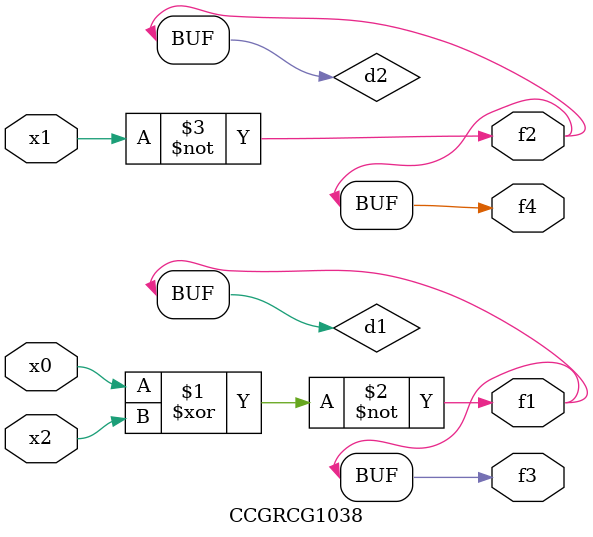
<source format=v>
module CCGRCG1038(
	input x0, x1, x2,
	output f1, f2, f3, f4
);

	wire d1, d2, d3;

	xnor (d1, x0, x2);
	nand (d2, x1);
	nor (d3, x1, x2);
	assign f1 = d1;
	assign f2 = d2;
	assign f3 = d1;
	assign f4 = d2;
endmodule

</source>
